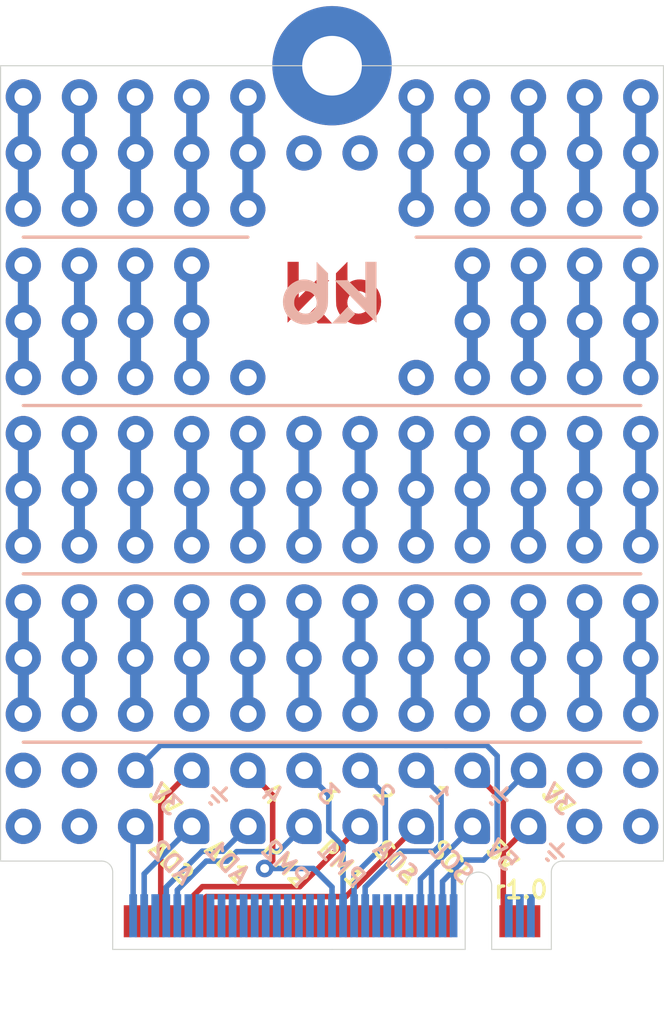
<source format=kicad_pcb>
(kicad_pcb (version 20211014) (generator pcbnew)
  (title_block (title "Myriad Permaproto 30x40mm") (date "2022-03-03") (rev "0.1") (company "splitkb.com") (comment 1 "See https://myriad.splitkb.com/specification/terms_of_use.html") (comment 2 "NON-COMMERCIAL USE ONLY"))
  (layers (0 "F.Cu" signal) (31 "B.Cu" signal) (34 "B.Paste" user) (35 "F.Paste" user) (36 "B.SilkS" user "B.Silkscreen") (37 "F.SilkS" user "F.Silkscreen") (38 "B.Mask" user) (39 "F.Mask" user) (44 "Edge.Cuts" user))
  (net 0 "")
  (net 1 "GND")
  (net 7 "+3V3")
  (net 8 "Net-(J1-Pad17)")
  (net 9 "+5V")
  (net 10 "Net-(J1-Pad32)")
  (net 11 "Net-(J1-Pad34)")
  (net 12 "Net-(J1-Pad36)")
  (net 13 "Net-(J1-Pad38)")
  (net 24 "Net-(J1-Pad61)")
  (net 26 "Net-(J1-Pad63)")
  (net 28 "Net-(J4-Pad1)")
  (net 30 "Net-(J1-Pad68)")
  (net 32 "Net-(J2-Pad1)")
  (net 34 "Net-(J3-Pad1)")
  (net 55 "Net-(J1-Pad66)")
  (net 56 "Net-(J1-Pad72)")
  (net 57 "Net-(J1-Pad74)")
  (footprint "0_splitkb_common:ProtoPad_Bare" (layer "F.Cu") (at 163.97 70.9375)
    (fp_text reference "REF**" hide)
    (fp_text value "VAL**" hide)
  )
  (footprint "0_splitkb_common:ProtoPad_Bare" (layer "F.Cu") (at 156.35 88.7175)
    (fp_text reference "REF**" hide)
    (fp_text value "VAL**" hide)
  )
  (footprint "0_splitkb_common:ProtoPad_Bare" (layer "F.Cu") (at 138.57 88.7175)
    (fp_text reference "REF**" hide)
    (fp_text value "VAL**" hide)
  )
  (footprint "0_splitkb_common:ProtoPad" (layer "F.Cu") (at 158.89 94.43)
    (fp_text reference "J15" hide)
    (fp_text value "GND" hide)
  )
  (footprint "0_splitkb_common:ProtoPad_Bare" (layer "F.Cu") (at 158.89 63.3175)
    (fp_text reference "REF**" hide)
    (fp_text value "VAL**" hide)
  )
  (footprint "0_splitkb_common:ProtoPad" (layer "F.Cu") (at 153.81 94.43)
    (fp_text reference "J11" hide)
    (fp_text value "SCL")
  )
  (footprint "0_splitkb_common:ProtoPad" (layer "F.Cu") (at 156.35 91.89)
    (fp_text reference "J14" hide)
    (fp_text value "GND" hide)
  )
  (footprint "0_splitkb_common:ProtoPad_Bare" (layer "F.Cu") (at 153.81 83.6375)
    (fp_text reference "REF**" hide)
    (fp_text value "VAL**" hide)
  )
  (footprint "0_splitkb_common:ProtoPad_Bare" (layer "F.Cu") (at 141.11 88.7175)
    (fp_text reference "REF**" hide)
    (fp_text value "VAL**" hide)
  )
  (footprint "0_splitkb_common:ProtoPad_Bare" (layer "F.Cu") (at 161.43 91.2575)
    (fp_text reference "REF**" hide)
    (fp_text value "VAL**" hide)
  )
  (footprint "0_splitkb_common:ProtoPad" (layer "F.Cu") (at 148.73 94.43)
    (fp_text reference "J4" hide)
    (fp_text value "PM1")
  )
  (footprint "0_splitkb_common:ProtoPad_Bare" (layer "F.Cu") (at 148.73 83.6375)
    (fp_text reference "REF**" hide)
    (fp_text value "VAL**" hide)
  )
  (footprint "0_splitkb_common:ProtoPad_Bare" (layer "F.Cu") (at 158.89 76.0175)
    (fp_text reference "REF**" hide)
    (fp_text value "VAL**" hide)
  )
  (footprint "0_splitkb_common:ProtoPad_Bare" (layer "F.Cu") (at 143.65 78.5575)
    (fp_text reference "REF**" hide)
    (fp_text value "VAL**" hide)
  )
  (footprint "0_splitkb_common:ProtoPad_Bare" (layer "F.Cu") (at 138.57 81.0975)
    (fp_text reference "REF**" hide)
    (fp_text value "VAL**" hide)
  )
  (footprint "0_splitkb_common:ProtoPad_Bare" (layer "F.Cu") (at 148.73 76.0175)
    (fp_text reference "REF**" hide)
    (fp_text value "VAL**" hide)
  )
  (footprint "0_splitkb_common:ProtoPad_Bare" (layer "F.Cu") (at 161.43 65.8575)
    (fp_text reference "REF**" hide)
    (fp_text value "VAL**" hide)
  )
  (footprint "0_splitkb_common:ProtoPad_Bare" (layer "F.Cu") (at 158.89 70.9375)
    (fp_text reference "REF**" hide)
    (fp_text value "VAL**" hide)
  )
  (footprint "0_splitkb_common:ProtoPad_Bare" (layer "F.Cu") (at 148.73 88.7175)
    (fp_text reference "REF**" hide)
    (fp_text value "VAL**" hide)
  )
  (footprint "0_splitkb_common:ProtoPad_Bare" (layer "F.Cu") (at 146.19 73.4775)
    (fp_text reference "REF**" hide)
    (fp_text value "VAL**" hide)
  )
  (footprint "0_splitkb_common:ProtoPad_Bare" (layer "F.Cu") (at 153.81 88.7175)
    (fp_text reference "REF**" hide)
    (fp_text value "VAL**" hide)
  )
  (footprint "0_splitkb_common:ProtoPad_Bare" (layer "F.Cu") (at 143.65 63.3175)
    (fp_text reference "REF**" hide)
    (fp_text value "VAL**" hide)
  )
  (footprint "0_splitkb_common:ProtoPad_Bare" (layer "F.Cu") (at 141.11 78.5575)
    (fp_text reference "REF**" hide)
    (fp_text value "VAL**" hide)
  )
  (footprint "0_splitkb_common:ProtoPad_Bare" (layer "F.Cu") (at 158.89 81.0975)
    (fp_text reference "REF**" hide)
    (fp_text value "VAL**" hide)
  )
  (footprint "0_splitkb_common:ProtoPad" (layer "F.Cu") (at 143.65 91.89)
    (fp_text reference "J17" hide)
    (fp_text value "GND" hide)
  )
  (footprint "0_splitkb_common:ProtoPad_Bare" (layer "F.Cu") (at 161.43 83.6375)
    (fp_text reference "REF**" hide)
    (fp_text value "VAL**" hide)
  )
  (footprint "0_splitkb_common:ProtoPad_Bare" (layer "F.Cu") (at 153.81 86.1775)
    (fp_text reference "REF**" hide)
    (fp_text value "VAL**" hide)
  )
  (footprint "0_splitkb_common:ProtoPad_Bare" (layer "F.Cu") (at 138.57 83.6375)
    (fp_text reference "REF**" hide)
    (fp_text value "VAL**" hide)
  )
  (footprint "0_splitkb_common:ProtoPad_Bare" (layer "F.Cu") (at 141.11 76.0175)
    (fp_text reference "REF**" hide)
    (fp_text value "VAL**" hide)
  )
  (footprint "0_splitkb_common:ProtoPad_Bare" (layer "F.Cu") (at 161.43 63.3175)
    (fp_text reference "REF**" hide)
    (fp_text value "VAL**" hide)
  )
  (footprint "0_splitkb_common:ProtoPad_Bare" (layer "F.Cu") (at 138.57 86.1775)
    (fp_text reference "REF**" hide)
    (fp_text value "VAL**" hide)
  )
  (footprint "0_splitkb_common:ProtoPad_Bare" (layer "F.Cu") (at 143.65 70.9375)
    (fp_text reference "REF**" hide)
    (fp_text value "VAL**" hide)
  )
  (footprint "0_splitkb_common:ProtoPad_Bare" (layer "F.Cu") (at 136.03 60.7775)
    (fp_text reference "REF**" hide)
    (fp_text value "VAL**" hide)
  )
  (footprint "0_splitkb_common:ProtoPad_Bare" (layer "F.Cu") (at 158.89 86.1775)
    (fp_text reference "REF**" hide)
    (fp_text value "VAL**" hide)
  )
  (footprint "0_splitkb_common:ProtoPad_Bare" (layer "F.Cu") (at 146.19 65.8575)
    (fp_text reference "REF**" hide)
    (fp_text value "VAL**" hide)
  )
  (footprint "0_splitkb_common:ProtoPad_Bare" (layer "F.Cu") (at 138.57 73.4775)
    (fp_text reference "REF**" hide)
    (fp_text value "VAL**" hide)
  )
  (footprint "0_splitkb_common:ProtoPad_Bare" (layer "F.Cu") (at 163.97 73.4775)
    (fp_text reference "REF**" hide)
    (fp_text value "VAL**" hide)
  )
  (footprint "0_splitkb_common:ProtoPad_Bare" (layer "F.Cu") (at 161.43 60.7775)
    (fp_text reference "REF**" hide)
    (fp_text value "VAL**" hide)
  )
  (footprint "0_splitkb_common:ProtoPad_Bare" (layer "F.Cu") (at 138.57 60.7775)
    (fp_text reference "REF**" hide)
    (fp_text value "VAL**" hide)
  )
  (footprint "0_splitkb_common:ProtoPad_Bare" (layer "F.Cu") (at 141.11 65.8575)
    (fp_text reference "REF**" hide)
    (fp_text value "VAL**" hide)
  )
  (footprint "0_splitkb_common:ProtoPad_Bare" (layer "F.Cu") (at 148.73 63.3175)
    (fp_text reference "REF**" hide)
    (fp_text value "VAL**" hide)
  )
  (footprint "0_splitkb_common:ProtoPad_Bare" (layer "F.Cu") (at 143.65 76.0175)
    (fp_text reference "REF**" hide)
    (fp_text value "VAL**" hide)
  )
  (footprint "0_splitkb_common:ProtoPad_Bare" (layer "F.Cu") (at 138.57 70.9375)
    (fp_text reference "REF**" hide)
    (fp_text value "VAL**" hide)
  )
  (footprint "0_splitkb_common:ProtoPad_Bare" (layer "F.Cu") (at 156.35 70.9375)
    (fp_text reference "REF**" hide)
    (fp_text value "VAL**" hide)
  )
  (footprint "0_splitkb_common:ProtoPad_Bare" (layer "F.Cu") (at 136.03 93.7975)
    (fp_text reference "REF**" hide)
    (fp_text value "VAL**" hide)
  )
  (footprint "0_splitkb_common:ProtoPad_Bare" (layer "F.Cu") (at 141.11 60.7775)
    (fp_text reference "REF**" hide)
    (fp_text value "VAL**" hide)
  )
  (footprint "0_splitkb_common:ProtoPad_Bare" (layer "F.Cu") (at 151.27 88.7175)
    (fp_text reference "REF**" hide)
    (fp_text value "VAL**" hide)
  )
  (footprint "0_splitkb_common:ProtoPad_Bare" (layer "F.Cu") (at 141.11 70.9375)
    (fp_text reference "REF**" hide)
    (fp_text value "VAL**" hide)
  )
  (footprint "0_splitkb_common:ProtoPad_Bare" (layer "F.Cu") (at 163.97 78.5575)
    (fp_text reference "REF**" hide)
    (fp_text value "VAL**" hide)
  )
  (footprint "0_splitkb_common:ProtoPad_Bare" (layer "F.Cu") (at 163.97 83.6375)
    (fp_text reference "REF**" hide)
    (fp_text value "VAL**" hide)
  )
  (footprint "0_splitkb_common:ProtoPad_Bare" (layer "F.Cu") (at 163.97 91.2575)
    (fp_text reference "REF**" hide)
    (fp_text value "VAL**" hide)
  )
  (footprint "0_splitkb_common:ProtoPad_Bare" (layer "F.Cu") (at 146.19 60.7775)
    (fp_text reference "REF**" hide)
    (fp_text value "VAL**" hide)
  )
  (footprint "0_splitkb_common:ProtoPad_Bare" (layer "F.Cu") (at 136.03 68.3975)
    (fp_text reference "REF**" hide)
    (fp_text value "VAL**" hide)
  )
  (footprint "0_splitkb_common:ProtoPad" (layer "F.Cu") (at 148.73 91.89)
    (fp_text reference "J8" hide)
    (fp_text value "3")
  )
  (footprint "0_splitkb_common:ProtoPad_Bare" (layer "F.Cu") (at 163.97 60.7775)
    (fp_text reference "REF**" hide)
    (fp_text value "VAL**" hide)
  )
  (footprint "0_splitkb_common:ProtoPad_Bare" (layer "F.Cu") (at 156.35 68.3975)
    (fp_text reference "REF**" hide)
    (fp_text value "VAL**" hide)
  )
  (footprint "0_splitkb_common:ProtoPad_Bare" (layer "F.Cu") (at 148.73 81.0975)
    (fp_text reference "REF**" hide)
    (fp_text value "VAL**" hide)
  )
  (footprint "0_splitkb_common:ProtoPad_Bare" (layer "F.Cu") (at 141.11 73.4775)
    (fp_text reference "REF**" hide)
    (fp_text value "VAL**" hide)
  )
  (footprint "0_splitkb_common:ProtoPad_Bare" (layer "F.Cu") (at 156.35 78.5575)
    (fp_text reference "REF**" hide)
    (fp_text value "VAL**" hide)
  )
  (footprint "0_splitkb_common:ProtoPad_Bare" (layer "F.Cu") (at 163.97 63.3175)
    (fp_text reference "REF**" hide)
    (fp_text value "VAL**" hide)
  )
  (footprint "0_splitkb_common:ProtoPad_Bare" (layer "F.Cu") (at 153.81 76.0175)
    (fp_text reference "REF**" hide)
    (fp_text value "VAL**" hide)
  )
  (footprint "0_splitkb_common:ProtoPad_Bare" (layer "F.Cu") (at 136.03 88.7175)
    (fp_text reference "REF**" hide)
    (fp_text value "VAL**" hide)
  )
  (footprint "0_splitkb_common:ProtoPad_Bare" (layer "F.Cu") (at 143.65 60.7775)
    (fp_text reference "REF**" hide)
    (fp_text value "VAL**" hide)
  )
  (footprint "0_splitkb_common:ProtoPad_Bare" (layer "F.Cu") (at 158.89 83.6375)
    (fp_text reference "REF**" hide)
    (fp_text value "VAL**" hide)
  )
  (footprint "0_splitkb_common:ProtoPad_Bare" (layer "F.Cu") (at 163.97 86.1775)
    (fp_text reference "REF**" hide)
    (fp_text value "VAL**" hide)
  )
  (footprint "0_splitkb_common:ProtoPad_Bare" (layer "F.Cu") (at 148.73 86.1775)
    (fp_text reference "REF**" hide)
    (fp_text value "VAL**" hide)
  )
  (footprint "0_splitkb_common:ProtoPad_Bare" (layer "F.Cu") (at 138.57 78.5575)
    (fp_text reference "REF**" hide)
    (fp_text value "VAL**" hide)
  )
  (footprint "0_splitkb_common:ProtoPad_Bare" (layer "F.Cu") (at 146.19 81.0975)
    (fp_text reference "REF**" hide)
    (fp_text value "VAL**" hide)
  )
  (footprint "0_splitkb_common:ProtoPad" (layer "F.Cu") (at 156.35 94.43)
    (fp_text reference "J12" hide)
    (fp_text value "5V")
  )
  (footprint "0_splitkb_common:ProtoPad_Bare" (layer "F.Cu") (at 158.89 78.5575)
    (fp_text reference "REF**" hide)
    (fp_text value "VAL**" hide)
  )
  (footprint "0_splitkb_common:ProtoPad_Bare" (layer "F.Cu") (at 161.43 93.7975)
    (fp_text reference "REF**" hide)
    (fp_text value "VAL**" hide)
  )
  (footprint "0_splitkb_common:ProtoPad_Bare" (layer "F.Cu") (at 163.97 93.7975)
    (fp_text reference "REF**" hide)
    (fp_text value "VAL**" hide)
  )
  (footprint "0_splitkb_common:ProtoPad_Bare" (layer "F.Cu") (at 141.11 63.3175)
    (fp_text reference "REF**" hide)
    (fp_text value "VAL**" hide)
  )
  (footprint "0_splitkb_common:ProtoPad_Bare" (layer "F.Cu") (at 153.81 60.7775)
    (fp_text reference "REF**" hide)
    (fp_text value "VAL**" hide)
  )
  (footprint "0_splitkb_common:ProtoPad_Bare" (layer "F.Cu") (at 136.03 63.3175)
    (fp_text reference "REF**" hide)
    (fp_text value "VAL**" hide)
  )
  (footprint "0_splitkb_common:ProtoPad" (layer "F.Cu") (at 151.27 91.89)
    (fp_text reference "J7" hide)
    (fp_text value "2")
  )
  (footprint "0_splitkb_common:ProtoPad_Bare" (layer "F.Cu") (at 161.43 88.7175)
    (fp_text reference "REF**" hide)
    (fp_text value "VAL**" hide)
  )
  (footprint "0_splitkb_common:ProtoPad_Bare" (layer "F.Cu") (at 153.81 81.0975)
    (fp_text reference "REF**" hide)
    (fp_text value "VAL**" hide)
  )
  (footprint "0_splitkb_common:ProtoPad_Bare" (layer "F.Cu") (at 156.35 83.6375)
    (fp_text reference "REF**" hide)
    (fp_text value "VAL**" hide)
  )
  (footprint "0_splitkb_common:ProtoPad" (layer "F.Cu") (at 146.19 94.43)
    (fp_text reference "J5" hide)
    (fp_text value "PM2")
  )
  (footprint "0_splitkb_common:ProtoPad_Bare" (layer "F.Cu") (at 136.03 73.4775)
    (fp_text reference "REF**" hide)
    (fp_text value "VAL**" hide)
  )
  (footprint "0_splitkb_common:ProtoPad_Bare" (layer "F.Cu") (at 146.19 83.6375)
    (fp_text reference "REF**" hide)
    (fp_text value "VAL**" hide)
  )
  (footprint "0_splitkb_common:ProtoPad_Bare" (layer "F.Cu") (at 163.97 65.8575)
    (fp_text reference "REF**" hide)
    (fp_text value "VAL**" hide)
  )
  (footprint "0_splitkb_common:ProtoPad_Bare" (layer "F.Cu") (at 158.89 65.8575)
    (fp_text reference "REF**" hide)
    (fp_text value "VAL**" hide)
  )
  (footprint "0_splitkb_common:ProtoPad_Bare" (layer "F.Cu") (at 138.57 65.8575)
    (fp_text reference "REF**" hide)
    (fp_text value "VAL**" hide)
  )
  (footprint "0_splitkb_common:ProtoPad_Bare" (layer "F.Cu") (at 161.43 78.5575)
    (fp_text reference "REF**" hide)
    (fp_text value "VAL**" hide)
  )
  (footprint "0_splitkb_common:splitkb_logo_kb_6mm" (layer "F.Cu") (at 150 70.3)
    (fp_text reference "G***" hide)
    (fp_text value "LOGO" hide)
  )
  (footprint "0_splitkb_common:splitkb_logo_kb_6mm" (layer "F.Cu") (at 150 70.3)
    (fp_text reference "G***" hide)
    (fp_text value "LOGO" hide)
  )
  (footprint "0_splitkb_common:ProtoPad_Bare" (layer "F.Cu") (at 156.35 73.4775)
    (fp_text reference "REF**" hide)
    (fp_text value "VAL**" hide)
  )
  (footprint "0_splitkb_common:ProtoPad" (layer "F.Cu") (at 158.89 91.89)
    (fp_text reference "J13" hide)
    (fp_text value "3V")
  )
  (footprint "0_splitkb_common:ProtoPad_Bare" (layer "F.Cu") (at 158.89 73.4775)
    (fp_text reference "REF**" hide)
    (fp_text value "VAL**" hide)
  )
  (footprint "0_splitkb_common:ProtoPad_Bare" (layer "F.Cu") (at 143.65 73.4775)
    (fp_text reference "REF**" hide)
    (fp_text value "VAL**" hide)
  )
  (footprint "0_splitkb_common:ProtoPad_Bare" (layer "F.Cu") (at 161.43 76.0175)
    (fp_text reference "REF**" hide)
    (fp_text value "VAL**" hide)
  )
  (footprint "0_splitkb_common:ProtoPad_Bare" (layer "F.Cu") (at 136.03 65.8575)
    (fp_text reference "REF**" hide)
    (fp_text value "VAL**" hide)
  )
  (footprint "0_splitkb_common:ProtoPad" (layer "F.Cu") (at 153.81 91.89)
    (fp_text reference "J6" hide)
    (fp_text value "1")
  )
  (footprint "0_splitkb_common:ProtoPad_Bare" (layer "F.Cu") (at 153.81 65.8575)
    (fp_text reference "REF**" hide)
    (fp_text value "VAL**" hide)
  )
  (footprint "0_splitkb_common:ProtoPad_Bare" (layer "F.Cu") (at 163.97 81.0975)
    (fp_text reference "REF**" hide)
    (fp_text value "VAL**" hide)
  )
  (footprint "0_splitkb_common:ProtoPad_Bare" (layer "F.Cu") (at 161.43 81.0975)
    (fp_text reference "REF**" hide)
    (fp_text value "VAL**" hide)
  )
  (footprint "0_splitkb_common:ProtoPad_Bare" (layer "F.Cu") (at 161.43 73.4775)
    (fp_text reference "REF**" hide)
    (fp_text value "VAL**" hide)
  )
  (footprint "0_splitkb_common:ProtoPad_Bare" (layer "F.Cu") (at 136.03 91.2575)
    (fp_text reference "REF**" hide)
    (fp_text value "VAL**" hide)
  )
  (footprint "0_splitkb_common:ProtoPad_Bare" (layer "F.Cu") (at 158.89 68.3975)
    (fp_text reference "REF**" hide)
    (fp_text value "VAL**" hide)
  )
  (footprint "0_splitkb_common:ProtoPad_Bare" (layer "F.Cu") (at 141.11 83.6375)
    (fp_text reference "REF**" hide)
    (fp_text value "VAL**" hide)
  )
  (footprint "0_splitkb_common:ProtoPad_Bare" (layer "F.Cu") (at 163.97 88.7175)
    (fp_text reference "REF**" hide)
    (fp_text value "VAL**" hide)
  )
  (footprint "0_splitkb_common:ProtoPad_Bare" (layer "F.Cu") (at 156.35 63.3175)
    (fp_text reference "REF**" hide)
    (fp_text value "VAL**" hide)
  )
  (footprint "0_splitkb_common:ProtoPad_Bare" (layer "F.Cu") (at 136.03 86.1775)
    (fp_text reference "REF**" hide)
    (fp_text value "VAL**" hide)
  )
  (footprint "0_splitkb_common:ProtoPad_Bare" (layer "F.Cu") (at 138.57 68.3975)
    (fp_text reference "REF**" hide)
    (fp_text value "VAL**" hide)
  )
  (footprint "0_splitkb_common:Myriad_Module_30x40mm" (layer "F.Cu") (at 150 100)
    (fp_text reference "J1")
    (fp_text value "Myriad_Module_Connector")
    (fp_line (start 7.225 0) (end 9.925 0) (layer "Edge.Cuts") (width 0.05))
    (fp_line (start -15 -40) (end 15 -40) (layer "Edge.Cuts") (width 0.05))
    (fp_line (start 9.925 0) (end 9.925 -3.5) (layer "Edge.Cuts") (width 0.05))
    (fp_line (start 6.025 0) (end 6.025 -2.9) (layer "Edge.Cuts") (width 0.05))
    (fp_line (start -9.925 0) (end 0 0) (layer "Edge.Cuts") (width 0.05))
    (fp_line (start 15 -4) (end 15 -40) (layer "Edge.Cuts") (width 0.05))
    (fp_line (start -15 -4) (end -10.425 -4) (layer "Edge.Cuts") (width 0.05))
    (fp_line (start -15 -4) (end -15 -40) (layer "Edge.Cuts") (width 0.05))
    (fp_line (start 10.425 -4) (end 15 -4) (layer "Edge.Cuts") (width 0.05))
    (fp_line (start -9.925 -3.5) (end -9.925 0) (layer "Edge.Cuts") (width 0.05))
    (fp_line (start 7.225 -2.9) (end 7.225 0) (layer "Edge.Cuts") (width 0.05))
    (fp_line (start 0 0) (end 6.025 0) (layer "Edge.Cuts") (width 0.05))
    (fp_arc (start 6.025 -2.9) (mid 6.625 -3.5) (end 7.225 -2.9) (layer "Edge.Cuts") (width 0.05))
    (fp_arc (start 9.925 -3.5) (mid 10.071447 -3.853553) (end 10.425 -4) (layer "Edge.Cuts") (width 0.05))
    (fp_arc (start -10.425 -4) (mid -10.071447 -3.853553) (end -9.925 -3.5) (layer "Edge.Cuts") (width 0.05))
  )
  (footprint "0_splitkb_common:ProtoPad_Bare" (layer "F.Cu") (at 151.27 78.5575)
    (fp_text reference "REF**" hide)
    (fp_text value "VAL**" hide)
  )
  (footprint "0_splitkb_common:ProtoPad_Bare" (layer "F.Cu") (at 158.89 60.7775)
    (fp_text reference "REF**" hide)
    (fp_text value "VAL**" hide)
  )
  (footprint "0_splitkb_common:ProtoPad_Bare" (layer "F.Cu") (at 151.27 86.1775)
    (fp_text reference "REF**" hide)
    (fp_text value "VAL**" hide)
  )
  (footprint "0_splitkb_common:ProtoPad" (layer "F.Cu") (at 141.11 94.43)
    (fp_text reference "J3" hide)
    (fp_text value "AD2")
  )
  (footprint "0_splitkb_common:ProtoPad_Bare" (layer "F.Cu") (at 138.57 63.3175)
    (fp_text reference "REF**" hide)
    (fp_text value "VAL**" hide)
  )
  (footprint "0_splitkb_common:ProtoPad" (layer "F.Cu") (at 146.19 91.89)
    (fp_text reference "J9" hide)
    (fp_text value "4")
  )
  (footprint "0_splitkb_common:ProtoPad_Bare" (layer "F.Cu") (at 146.19 88.7175)
    (fp_text reference "REF**" hide)
    (fp_text value "VAL**" hide)
  )
  (footprint "0_splitkb_common:ProtoPad_Bare" (layer "F.Cu") (at 163.97 68.3975)
    (fp_text reference "REF**" hide)
    (fp_text value "VAL**" hide)
  )
  (footprint "0_splitkb_common:ProtoPad_Bare" (layer "F.Cu") (at 146.19 86.1775)
    (fp_text reference "REF**" hide)
    (fp_text value "VAL**" hide)
  )
  (footprint "0_splitkb_common:ProtoPad_Bare" (layer "F.Cu") (at 136.03 81.0975)
    (fp_text reference "REF**" hide)
    (fp_text value "VAL**" hide)
  )
  (footprint "0_splitkb_common:ProtoPad_Bare" (layer "F.Cu") (at 136.03 83.6375)
    (fp_text reference "REF**" hide)
    (fp_text value "VAL**" hide)
  )
  (footprint "0_splitkb_common:ProtoPad_Bare" (layer "F.Cu") (at 146.19 63.3175)
    (fp_text reference "REF**" hide)
    (fp_text value "VAL**" hide)
  )
  (footprint "0_splitkb_common:ProtoPad_Bare" (layer "F.Cu") (at 161.43 86.1775)
    (fp_text reference "REF**" hide)
    (fp_text value "VAL**" hide)
  )
  (footprint "0_splitkb_common:ProtoPad" (layer "F.Cu") (at 141.11 91.89)
    (fp_text reference "J16" hide)
    (fp_text value "3V")
  )
  (footprint "0_splitkb_common:ProtoPad_Bare" (layer "F.Cu") (at 156.35 76.0175)
    (fp_text reference "REF**" hide)
    (fp_text value "VAL**" hide)
  )
  (footprint "0_splitkb_common:ProtoPad_Bare" (layer "F.Cu") (at 151.27 81.0975)
    (fp_text reference "REF**" hide)
    (fp_text value "VAL**" hide)
  )
  (footprint "0_splitkb_common:ProtoPad_Bare" (layer "F.Cu") (at 153.81 63.3175)
    (fp_text reference "REF**" hide)
    (fp_text value "VAL**" hide)
  )
  (footprint "0_splitkb_common:ProtoPad_Bare" (layer "F.Cu") (at 141.11 68.3975)
    (fp_text reference "REF**" hide)
    (fp_text value "VAL**" hide)
  )
  (footprint "0_splitkb_common:ProtoPad_Bare" (layer "F.Cu") (at 143.65 83.6375)
    (fp_text reference "REF**" hide)
    (fp_text value "VAL**" hide)
  )
  (footprint "0_splitkb_common:ProtoPad_Bare" (layer "F.Cu") (at 138.57 76.0175)
    (fp_text reference "REF**" hide)
    (fp_text value "VAL**" hide)
  )
  (footprint "0_splitkb_common:ProtoPad_Bare" (layer "F.Cu") (at 151.27 76.0175)
    (fp_text reference "REF**" hide)
    (fp_text value "VAL**" hide)
  )
  (footprint "0_splitkb_common:ProtoPad_Bare" (layer "F.Cu") (at 143.65 65.8575)
    (fp_text reference "REF**" hide)
    (fp_text value "VAL**" hide)
  )
  (footprint "0_splitkb_common:ProtoPad_Bare" (layer "F.Cu") (at 146.19 78.5575)
    (fp_text reference "REF**" hide)
    (fp_text value "VAL**" hide)
  )
  (footprint "0_splitkb_common:ProtoPad_Bare" (layer "F.Cu") (at 151.27 63.3175)
    (fp_text reference "REF**" hide)
    (fp_text value "VAL**" hide)
  )
  (footprint "0_splitkb_common:ProtoPad_Bare" (layer "F.Cu") (at 156.35 81.0975)
    (fp_text reference "REF**" hide)
    (fp_text value "VAL**" hide)
  )
  (footprint "0_splitkb_common:ProtoPad_Bare" (layer "F.Cu") (at 163.97 76.0175)
    (fp_text reference "REF**" hide)
    (fp_text value "VAL**" hide)
  )
  (footprint "0_splitkb_common:ProtoPad_Bare" (layer "F.Cu") (at 136.03 76.0175)
    (fp_text reference "REF**" hide)
    (fp_text value "VAL**" hide)
  )
  (footprint "0_splitkb_common:ProtoPad_Bare" (layer "F.Cu") (at 141.11 86.1775)
    (fp_text reference "REF**" hide)
    (fp_text value "VAL**" hide)
  )
  (footprint "0_splitkb_common:ProtoPad_Bare" (layer "F.Cu") (at 146.19 76.0175)
    (fp_text reference "REF**" hide)
    (fp_text value "VAL**" hide)
  )
  (footprint "0_splitkb_common:ProtoPad_Bare" (layer "F.Cu") (at 143.65 88.7175)
    (fp_text reference "REF**" hide)
    (fp_text value "VAL**" hide)
  )
  (footprint "0_splitkb_common:ProtoPad_Bare" (layer "F.Cu") (at 156.35 86.1775)
    (fp_text reference "REF**" hide)
    (fp_text value "VAL**" hide)
  )
  (footprint "0_splitkb_common:ProtoPad_Bare" (layer "F.Cu") (at 151.27 83.6375)
    (fp_text reference "REF**" hide)
    (fp_text value "VAL**" hide)
  )
  (footprint "0_splitkb_common:ProtoPad_Bare" (layer "F.Cu") (at 138.57 93.7975)
    (fp_text reference "REF**" hide)
    (fp_text value "VAL**" hide)
  )
  (footprint "0_splitkb_common:ProtoPad_Bare" (layer "F.Cu") (at 153.81 78.5575)
    (fp_text reference "REF**" hide)
    (fp_text value "VAL**" hide)
  )
  (footprint "0_splitkb_common:ProtoPad_Bare" (layer "F.Cu") (at 161.43 70.9375)
    (fp_text reference "REF**" hide)
    (fp_text value "VAL**" hide)
  )
  (footprint "0_splitkb_common:ProtoPad_Bare" (layer "F.Cu") (at 156.35 60.7775)
    (fp_text reference "REF**" hide)
    (fp_text value "VAL**" hide)
  )
  (footprint "0_splitkb_common:ProtoPad_Bare" (layer "F.Cu") (at 136.03 78.5575)
    (fp_text reference "REF**" hide)
    (fp_text value "VAL**" hide)
  )
  (footprint "0_splitkb_common:ProtoPad" (layer "F.Cu") (at 143.65 94.43)
    (fp_text reference "J2" hide)
    (fp_text value "AD1")
  )
  (footprint "0_splitkb_common:ProtoPad_Bare" (layer "F.Cu") (at 143.65 86.1775)
    (fp_text reference "REF**" hide)
    (fp_text value "VAL**" hide)
  )
  (footprint "0_splitkb_common:ProtoPad_Bare" (layer "F.Cu") (at 156.35 65.8575)
    (fp_text reference "REF**" hide)
    (fp_text value "VAL**" hide)
  )
  (footprint "0_splitkb_common:ProtoPad_Bare" (layer "F.Cu") (at 153.81 73.4775)
    (fp_text reference "REF**" hide)
    (fp_text value "VAL**" hide)
  )
  (footprint "0_splitkb_common:ProtoPad_Bare" (layer "F.Cu") (at 161.43 68.3975)
    (fp_text reference "REF**" hide)
    (fp_text value "VAL**" hide)
  )
  (footprint "0_splitkb_common:ProtoPad_Bare" (layer "F.Cu") (at 141.11 81.0975)
    (fp_text reference "REF**" hide)
    (fp_text value "VAL**" hide)
  )
  (footprint "0_splitkb_common:ProtoPad_Bare" (layer "F.Cu") (at 143.65 68.3975)
    (fp_text reference "REF**" hide)
    (fp_text value "VAL**" hide)
  )
  (footprint "0_splitkb_common:ProtoPad_Bare" (layer "F.Cu") (at 136.03 70.9375)
    (fp_text reference "REF**" hide)
    (fp_text value "VAL**" hide)
  )
  (footprint "0_splitkb_common:ProtoPad_Bare" (layer "F.Cu") (at 138.57 91.2575)
    (fp_text reference "REF**" hide)
    (fp_text value "VAL**" hide)
  )
  (footprint "0_splitkb_common:ProtoPad_Bare" (layer "F.Cu") (at 143.65 81.0975)
    (fp_text reference "REF**" hide)
    (fp_text value "VAL**" hide)
  )
  (footprint "0_splitkb_common:ProtoPad_Bare" (layer "F.Cu") (at 158.89 88.7175)
    (fp_text reference "REF**" hide)
    (fp_text value "VAL**" hide)
  )
  (footprint "0_splitkb_common:ProtoPad_Bare" (layer "F.Cu") (at 148.73 78.5575)
    (fp_text reference "REF**" hide)
    (fp_text value "VAL**" hide)
  )
  (footprint "0_splitkb_common:ProtoPad" (layer "F.Cu") (at 151.27 94.43)
    (fp_text reference "J10" hide)
    (fp_text value "SDA")
  )
  (footprint "0_splitkb_common:splitkb_logo_kb_6mm" (layer "B.Cu") (at 150 70.3 180)
    (fp_text reference "G***" hide)
    (fp_text value "LOGO" hide)
  )
  (gr_line (start 136.03 75.38) (end 163.97 75.38) (layer "B.SilkS") (width 0.15))
  (gr_line (start 146.19 67.76) (end 136.03 67.76) (layer "B.SilkS") (width 0.15))
  (gr_line (start 160.455685 95.795685) (end 159.89 95.23) (layer "B.SilkS") (width 0.15))
  (gr_line (start 136.03 83) (end 163.97 83) (layer "B.SilkS") (width 0.15))
  (gr_line (start 157.562132 93.326396) (end 157.279289 93.043553) (layer "B.SilkS") (width 0.15))
  (gr_line (start 160.102132 95.866396) (end 159.819289 95.583553) (layer "B.SilkS") (width 0.15))
  (gr_line (start 157.915685 92.69) (end 157.632843 92.972842) (layer "B.SilkS") (width 0.15))
  (gr_line (start 153.81 67.76) (end 163.97 67.76) (layer "B.SilkS") (width 0.15))
  (gr_line (start 157.243934 93.432462) (end 157.173223 93.361751) (layer "B.SilkS") (width 0.15))
  (gr_line (start 157.915685 93.255685) (end 157.35 92.69) (layer "B.SilkS") (width 0.15))
  (gr_line (start 144.543934 93.432462) (end 144.473223 93.361751) (layer "B.SilkS") (width 0.15))
  (gr_line (start 136.03 90.62) (end 163.97 90.62) (layer "B.SilkS") (width 0.15))
  (gr_line (start 159.783934 95.972462) (end 159.713223 95.901751) (layer "B.SilkS") (width 0.15))
  (gr_line (start 144.862132 93.326396) (end 144.579289 93.043553) (layer "B.SilkS") (width 0.15))
  (gr_line (start 160.455685 95.23) (end 160.172843 95.512842) (layer "B.SilkS") (width 0.15))
  (gr_line (start 145.215685 92.69) (end 144.932843 92.972842) (layer "B.SilkS") (width 0.15))
  (gr_line (start 145.215685 93.255685) (end 144.65 92.69) (layer "B.SilkS") (width 0.15))
  (gr_line (start 157.243934 93.432462) (end 157.173223 93.361751) (layer "F.SilkS") (width 0.15))
  (gr_line (start 160.455685 95.795685) (end 159.89 95.23) (layer "F.SilkS") (width 0.15))
  (gr_line (start 160.455685 95.23) (end 160.172843 95.512842) (layer "F.SilkS") (width 0.15))
  (gr_line (start 153.81 67.76) (end 163.97 67.76) (layer "F.SilkS") (width 0.15))
  (gr_line (start 136.03 83) (end 163.97 83) (layer "F.SilkS") (width 0.15))
  (gr_line (start 160.102132 95.866396) (end 159.819289 95.583553) (layer "F.SilkS") (width 0.15))
  (gr_line (start 146.19 67.76) (end 136.03 67.76) (layer "F.SilkS") (width 0.15))
  (gr_line (start 136.03 75.38) (end 163.97 75.38) (layer "F.SilkS") (width 0.15))
  (gr_line (start 145.215685 93.255685) (end 144.65 92.69) (layer "F.SilkS") (width 0.15))
  (gr_line (start 144.862132 93.326396) (end 144.579289 93.043553) (layer "F.SilkS") (width 0.15))
  (gr_line (start 157.915685 93.255685) (end 157.35 92.69) (layer "F.SilkS") (width 0.15))
  (gr_line (start 136.03 90.62) (end 163.97 90.62) (layer "F.SilkS") (width 0.15))
  (gr_line (start 144.543934 93.432462) (end 144.473223 93.361751) (layer "F.SilkS") (width 0.15))
  (gr_line (start 157.915685 92.69) (end 157.632843 92.972842) (layer "F.SilkS") (width 0.15))
  (gr_line (start 145.215685 92.69) (end 144.932843 92.972842) (layer "F.SilkS") (width 0.15))
  (gr_line (start 157.562132 93.326396) (end 157.279289 93.043553) (layer "F.SilkS") (width 0.15))
  (gr_line (start 159.783934 95.972462) (end 159.713223 95.901751) (layer "F.SilkS") (width 0.15))
  (gr_text "r1.0" (at 158.55 97.3) (layer "F.SilkS") (effects (font (size 0.8 0.8))))
  (segment (start 158.89 69.03) (end 158.89 74.11) (width 0.5) (layer "B.Cu") (net 0))
  (segment (start 136.03 84.27) (end 136.03 89.35) (width 0.5) (layer "B.Cu") (net 0))
  (segment (start 136.03 74.11) (end 136.03 69.03) (width 0.5) (layer "B.Cu") (net 0))
  (segment (start 138.57 61.41) (end 138.57 66.49) (width 0.5) (layer "B.Cu") (net 0))
  (segment (start 163.97 61.41) (end 163.97 66.49) (width 0.5) (layer "B.Cu") (net 0))
  (segment (start 141.11 74.11) (end 141.11 69.03) (width 0.5) (layer "B.Cu") (net 0))
  (segment (start 161.43 61.41) (end 161.43 66.49) (width 0.5) (layer "B.Cu") (net 0))
  (segment (start 158.89 61.41) (end 158.89 66.49) (width 0.5) (layer "B.Cu") (net 0))
  (segment (start 141.11 61.41) (end 141.11 66.49) (width 0.5) (layer "B.Cu") (net 0))
  (segment (start 156.35 61.41) (end 156.35 66.49) (width 0.5) (layer "B.Cu") (net 0))
  (segment (start 161.43 81.73) (end 161.43 76.65) (width 0.5) (layer "B.Cu") (net 0))
  (segment (start 156.35 74.11) (end 156.35 69.03) (width 0.5) (layer "B.Cu") (net 0))
  (segment (start 163.97 69.03) (end 163.97 74.11) (width 0.5) (layer "B.Cu") (net 0))
  (segment (start 138.57 89.35) (end 138.57 84.27) (width 0.5) (layer "B.Cu") (net 0))
  (segment (start 138.57 76.65) (end 138.57 81.73) (width 0.5) (layer "B.Cu") (net 0))
  (segment (start 143.65 61.41) (end 143.65 66.49) (width 0.5) (layer "B.Cu") (net 0))
  (segment (start 161.43 74.11) (end 161.43 69.03) (width 0.5) (layer "B.Cu") (net 0))
  (segment (start 136.03 61.41) (end 136.03 66.49) (width 0.5) (layer "B.Cu") (net 0))
  (segment (start 146.19 61.41) (end 146.19 66.49) (width 0.5) (layer "B.Cu") (net 0))
  (segment (start 161.43 84.27) (end 161.43 89.35) (width 0.5) (layer "B.Cu") (net 0))
  (segment (start 163.97 76.65) (end 163.97 81.73) (width 0.5) (layer "B.Cu") (net 0))
  (segment (start 136.03 81.73) (end 136.03 76.65) (width 0.5) (layer "B.Cu") (net 0))
  (segment (start 158.89 76.65) (end 158.89 81.73) (width 0.5) (layer "B.Cu") (net 0))
  (segment (start 141.11 89.35) (end 141.11 84.27) (width 0.5) (layer "B.Cu") (net 0))
  (segment (start 153.81 61.41) (end 153.81 66.49) (width 0.5) (layer "B.Cu") (net 0))
  (segment (start 158.89 84.27) (end 158.89 89.35) (width 0.5) (layer "B.Cu") (net 0))
  (segment (start 138.57 69.03) (end 138.57 74.11) (width 0.5) (layer "B.Cu") (net 0))
  (segment (start 163.97 84.27) (end 163.97 89.35) (width 0.5) (layer "B.Cu") (net 0))
  (segment (start 143.65 69.03) (end 143.65 74.11) (width 0.5) (layer "B.Cu") (net 0))
  (segment (start 157.75 95.703) (end 157.75 98.725) (width 0.25) (layer "F.Cu") (net 1))
  (segment (start 157.75 95.57) (end 157.75 95.703) (width 0.25) (layer "F.Cu") (net 1))
  (segment (start 156.35 91.89) (end 157.75 93.29) (width 0.25) (layer "F.Cu") (net 1))
  (segment (start 142.25 93.29) (end 142.25 98.725) (width 0.25) (layer "F.Cu") (net 1))
  (segment (start 143.65 91.89) (end 142.25 93.29) (width 0.25) (layer "F.Cu") (net 1))
  (segment (start 158.89 94.43) (end 157.75 95.57) (width 0.25) (layer "F.Cu") (net 1))
  (segment (start 157.75 95.703) (end 157.75 93.29) (width 0.25) (layer "F.Cu") (net 1))
  (segment (start 156.858 95.954) (end 155.969 95.954) (width 0.25) (layer "B.Cu") (net 7))
  (segment (start 142.234511 90.765489) (end 155.098489 90.765489) (width 0.25) (layer "B.Cu") (net 7))
  (segment (start 155.098489 90.765489) (end 157.003489 90.765489) (width 0.25) (layer "B.Cu") (net 7))
  (segment (start 158.89 91.89) (end 157.47452 93.30548) (width 0.25) (layer "B.Cu") (net 7))
  (segment (start 157.003489 90.765489) (end 157.47452 91.23652) (width 0.25) (layer "B.Cu") (net 7))
  (segment (start 157.47452 93.30548) (end 157.47452 95.33748) (width 0.25) (layer "B.Cu") (net 7))
  (segment (start 141.11 91.89) (end 142.234511 90.765489) (width 0.25) (layer "B.Cu") (net 7))
  (segment (start 157.47452 95.33748) (end 156.858 95.954) (width 0.25) (layer "B.Cu") (net 7))
  (segment (start 155.5 96.423) (end 155.5 98.475) (width 0.25) (layer "B.Cu") (net 7))
  (segment (start 155.5 96.423) (end 155 96.923) (width 0.25) (layer "B.Cu") (net 7))
  (segment (start 155.969 95.954) (end 155.5 96.423) (width 0.25) (layer "B.Cu") (net 7))
  (segment (start 155.098489 90.765489) (end 155.225489 90.765489) (width 0.25) (layer "B.Cu") (net 7))
  (segment (start 157.47452 91.23652) (end 157.47452 93.30548) (width 0.25) (layer "B.Cu") (net 7))
  (segment (start 155 96.923) (end 155 98.475) (width 0.25) (layer "B.Cu") (net 7))
  (segment (start 154.5 96.31749) (end 154 96.81749) (width 0.25) (layer "B.Cu") (net 9))
  (segment (start 154.5 96.31749) (end 154.5 98.475) (width 0.25) (layer "B.Cu") (net 9))
  (segment (start 156.35 94.43) (end 156.35 94.46749) (width 0.25) (layer "B.Cu") (net 9))
  (segment (start 154 96.81749) (end 154 98.475) (width 0.25) (layer "B.Cu") (net 9))
  (segment (start 156.35 94.46749) (end 154.5 96.31749) (width 0.25) (layer "B.Cu") (net 9))
  (segment (start 151.5 98.475) (end 151.5 97.175978) (width 0.25) (layer "B.Cu") (net 10))
  (segment (start 151.5 97.175978) (end 153.121458 95.55452) (width 0.25) (layer "B.Cu") (net 10))
  (segment (start 153.121458 95.55452) (end 154.627252 95.55452) (width 0.25) (layer "B.Cu") (net 10))
  (segment (start 154.934511 93.014511) (end 153.81 91.89) (width 0.25) (layer "B.Cu") (net 10))
  (segment (start 154.627252 95.55452) (end 154.934511 95.247261) (width 0.25) (layer "B.Cu") (net 10))
  (segment (start 154.934511 95.247261) (end 154.934511 93.014511) (width 0.25) (layer "B.Cu") (net 10))
  (segment (start 151.27 89.35) (end 151.27 84.27) (width 0.5) (layer "B.Cu") (net 11))
  (segment (start 146.19 89.35) (end 146.19 84.27) (width 0.5) (layer "B.Cu") (net 11))
  (segment (start 153.81 84.27) (end 153.81 89.35) (width 0.5) (layer "B.Cu") (net 11))
  (segment (start 152.413 93.033) (end 151.27 91.89) (width 0.25) (layer "B.Cu") (net 11))
  (segment (start 151.27 81.73) (end 151.27 76.65) (width 0.5) (layer "B.Cu") (net 11))
  (segment (start 153.81 76.65) (end 153.81 81.73) (width 0.5) (layer "B.Cu") (net 11))
  (segment (start 156.35 81.73) (end 156.35 76.65) (width 0.5) (layer "B.Cu") (net 11))
  (segment (start 151 96.641772) (end 152.413 95.228772) (width 0.25) (layer "B.Cu") (net 11))
  (segment (start 151 98.475) (end 151 96.641772) (width 0.25) (layer "B.Cu") (net 11))
  (segment (start 148.73 84.27) (end 148.73 89.35) (width 0.5) (layer "B.Cu") (net 11))
  (segment (start 143.65 76.65) (end 143.65 81.73) (width 0.5) (layer "B.Cu") (net 11))
  (segment (start 156.35 89.35) (end 156.35 84.27) (width 0.5) (layer "B.Cu") (net 11))
  (segment (start 146.19 81.73) (end 146.19 76.65) (width 0.5) (layer "B.Cu") (net 11))
  (segment (start 141.11 81.73) (end 141.11 76.65) (width 0.5) (layer "B.Cu") (net 11))
  (segment (start 152.413 95.228772) (end 152.413 93.033) (width 0.25) (layer "B.Cu") (net 11))
  (segment (start 143.65 89.35) (end 143.65 84.27) (width 0.5) (layer "B.Cu") (net 11))
  (segment (start 148.73 76.65) (end 148.73 81.73) (width 0.5) (layer "B.Cu") (net 11))
  (segment (start 149.85452 93.01452) (end 148.73 91.89) (width 0.25) (layer "B.Cu") (net 12))
  (segment (start 150.5 95.311) (end 149.85452 94.66552) (width 0.25) (layer "B.Cu") (net 12))
  (segment (start 149.85452 94.66552) (end 149.85452 93.01452) (width 0.25) (layer "B.Cu") (net 12))
  (segment (start 150.5 98.475) (end 150.5 95.311) (width 0.25) (layer "B.Cu") (net 12))
  (segment (start 147.314511 93.014511) (end 146.19 91.89) (width 0.25) (layer "F.Cu") (net 13))
  (segment (start 146.952 96.335) (end 147.314511 95.972489) (width 0.25) (layer "F.Cu") (net 13))
  (segment (start 147.314511 95.972489) (end 147.314511 93.014511) (width 0.25) (layer "F.Cu") (net 13))
  (via (at 146.952 96.335) (size 0.8) (drill 0.4) (layers "F.Cu" "B.Cu") (net 13))
  (segment (start 146.952 96.335) (end 149.159022 96.335) (width 0.25) (layer "B.Cu") (net 13))
  (segment (start 149.159022 96.335) (end 150 97.175978) (width 0.25) (layer "B.Cu") (net 13))
  (segment (start 150 97.175978) (end 150 98.475) (width 0.25) (layer "B.Cu") (net 13))
  (segment (start 144.25 97.675978) (end 144.318478 97.6075) (width 0.25) (layer "F.Cu") (net 24))
  (segment (start 144.25 98.725) (end 144.25 97.675978) (width 0.25) (layer "F.Cu") (net 24))
  (segment (start 150.6325 97.6075) (end 153.81 94.43) (width 0.25) (layer "F.Cu") (net 24))
  (segment (start 144.318478 97.6075) (end 150.6325 97.6075) (width 0.25) (layer "F.Cu") (net 24))
  (segment (start 144.13228 97.15798) (end 143.75 97.54026) (width 0.25) (layer "F.Cu") (net 26))
  (segment (start 148.54202 97.15798) (end 144.13228 97.15798) (width 0.25) (layer "F.Cu") (net 26))
  (segment (start 151.27 94.43) (end 148.54202 97.15798) (width 0.25) (layer "F.Cu") (net 26))
  (segment (start 143.75 97.54026) (end 143.75 98.725) (width 0.25) (layer "F.Cu") (net 26))
  (segment (start 144.307665 96.004031) (end 145.251687 96.004031) (width 0.25) (layer "B.Cu") (net 28))
  (segment (start 147.587 95.573) (end 148.73 94.43) (width 0.25) (layer "B.Cu") (net 28))
  (segment (start 143 98.475) (end 143.000489 98.474511) (width 0.25) (layer "B.Cu") (net 28))
  (segment (start 145.682718 95.573) (end 147.587 95.573) (width 0.25) (layer "B.Cu") (net 28))
  (segment (start 143.000489 97.311207) (end 144.307665 96.004031) (width 0.25) (layer "B.Cu") (net 28))
  (segment (start 145.251687 96.004031) (end 145.682718 95.573) (width 0.25) (layer "B.Cu") (net 28))
  (segment (start 143.000489 98.474511) (end 143.000489 97.311207) (width 0.25) (layer "B.Cu") (net 28))
  (segment (start 144.121467 95.554511) (end 145.065489 95.554511) (width 0.25) (layer "B.Cu") (net 30))
  (segment (start 145.065489 95.554511) (end 146.19 94.43) (width 0.25) (layer "B.Cu") (net 30))
  (segment (start 142.5 97.175978) (end 144.121467 95.554511) (width 0.25) (layer "B.Cu") (net 30))
  (segment (start 142.5 98.475) (end 142.5 97.175978) (width 0.25) (layer "B.Cu") (net 30))
  (segment (start 141.5 96.58) (end 143.65 94.43) (width 0.25) (layer "B.Cu") (net 56))
  (segment (start 141.5 98.475) (end 141.5 96.58) (width 0.25) (layer "B.Cu") (net 56))
  (segment (start 141.000489 94.539511) (end 141.000489 98.24) (width 0.25) (layer "B.Cu") (net 57))
  (segment (start 141 93.9075) (end 141.11 93.7975) (width 0.25) (layer "B.Cu") (net 57))
  (segment (start 141.11 94.43) (end 141.000489 94.539511) (width 0.25) (layer "B.Cu") (net 57))
)
</source>
